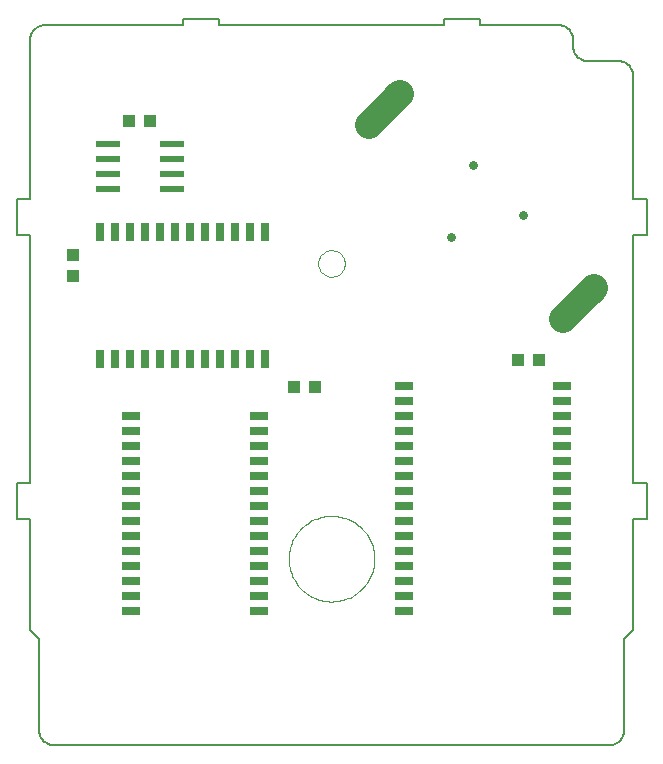
<source format=gtp>
G75*
G70*
%OFA0B0*%
%FSLAX24Y24*%
%IPPOS*%
%LPD*%
%AMOC8*
5,1,8,0,0,1.08239X$1,22.5*
%
%ADD10C,0.0050*%
%ADD11C,0.0000*%
%ADD12C,0.0945*%
%ADD13C,0.0295*%
%ADD14R,0.0591X0.0295*%
%ADD15R,0.0295X0.0591*%
%ADD16R,0.0810X0.0240*%
%ADD17R,0.0394X0.0433*%
%ADD18R,0.0433X0.0394*%
D10*
X000875Y001427D02*
X000875Y004477D01*
X000575Y004777D01*
X000575Y008477D01*
X000125Y008477D01*
X000125Y009677D01*
X000575Y009677D01*
X000575Y017927D01*
X000125Y017927D01*
X000125Y019127D01*
X000575Y019127D01*
X000575Y024427D01*
X000577Y024471D01*
X000583Y024514D01*
X000592Y024556D01*
X000605Y024598D01*
X000622Y024638D01*
X000642Y024677D01*
X000665Y024714D01*
X000692Y024748D01*
X000721Y024781D01*
X000754Y024810D01*
X000788Y024837D01*
X000825Y024860D01*
X000864Y024880D01*
X000904Y024897D01*
X000946Y024910D01*
X000988Y024919D01*
X001031Y024925D01*
X001075Y024927D01*
X005675Y024927D01*
X005675Y025127D01*
X006875Y025127D01*
X006875Y024927D01*
X014375Y024927D01*
X014375Y025127D01*
X015575Y025127D01*
X015575Y024927D01*
X018175Y024927D01*
X018219Y024925D01*
X018262Y024919D01*
X018304Y024910D01*
X018346Y024897D01*
X018386Y024880D01*
X018425Y024860D01*
X018462Y024837D01*
X018496Y024810D01*
X018529Y024781D01*
X018558Y024748D01*
X018585Y024714D01*
X018608Y024677D01*
X018628Y024638D01*
X018645Y024598D01*
X018658Y024556D01*
X018667Y024514D01*
X018673Y024471D01*
X018675Y024427D01*
X018675Y024227D01*
X018677Y024183D01*
X018683Y024140D01*
X018692Y024098D01*
X018705Y024056D01*
X018722Y024016D01*
X018742Y023977D01*
X018765Y023940D01*
X018792Y023906D01*
X018821Y023873D01*
X018854Y023844D01*
X018888Y023817D01*
X018925Y023794D01*
X018964Y023774D01*
X019004Y023757D01*
X019046Y023744D01*
X019088Y023735D01*
X019131Y023729D01*
X019175Y023727D01*
X020175Y023727D01*
X020219Y023725D01*
X020262Y023719D01*
X020304Y023710D01*
X020346Y023697D01*
X020386Y023680D01*
X020425Y023660D01*
X020462Y023637D01*
X020496Y023610D01*
X020529Y023581D01*
X020558Y023548D01*
X020585Y023514D01*
X020608Y023477D01*
X020628Y023438D01*
X020645Y023398D01*
X020658Y023356D01*
X020667Y023314D01*
X020673Y023271D01*
X020675Y023227D01*
X020675Y019127D01*
X021125Y019127D01*
X021125Y017927D01*
X020675Y017927D01*
X020675Y009677D01*
X021125Y009677D01*
X021125Y008477D01*
X020675Y008477D01*
X020675Y004777D01*
X020375Y004477D01*
X020375Y001427D01*
X020373Y001383D01*
X020367Y001340D01*
X020358Y001298D01*
X020345Y001256D01*
X020328Y001216D01*
X020308Y001177D01*
X020285Y001140D01*
X020258Y001106D01*
X020229Y001073D01*
X020196Y001044D01*
X020162Y001017D01*
X020125Y000994D01*
X020086Y000974D01*
X020046Y000957D01*
X020004Y000944D01*
X019962Y000935D01*
X019919Y000929D01*
X019875Y000927D01*
X001375Y000927D01*
X001331Y000929D01*
X001288Y000935D01*
X001246Y000944D01*
X001204Y000957D01*
X001164Y000974D01*
X001125Y000994D01*
X001088Y001017D01*
X001054Y001044D01*
X001021Y001073D01*
X000992Y001106D01*
X000965Y001140D01*
X000942Y001177D01*
X000922Y001216D01*
X000905Y001256D01*
X000892Y001298D01*
X000883Y001340D01*
X000877Y001383D01*
X000875Y001427D01*
D11*
X009198Y007138D02*
X009200Y007213D01*
X009206Y007288D01*
X009216Y007363D01*
X009230Y007437D01*
X009247Y007510D01*
X009269Y007583D01*
X009294Y007653D01*
X009323Y007723D01*
X009356Y007791D01*
X009392Y007857D01*
X009432Y007921D01*
X009475Y007983D01*
X009521Y008042D01*
X009570Y008099D01*
X009623Y008154D01*
X009678Y008205D01*
X009735Y008254D01*
X009795Y008299D01*
X009858Y008341D01*
X009922Y008380D01*
X009989Y008415D01*
X010057Y008447D01*
X010127Y008475D01*
X010198Y008500D01*
X010271Y008520D01*
X010344Y008537D01*
X010419Y008550D01*
X010493Y008559D01*
X010569Y008564D01*
X010644Y008565D01*
X010719Y008562D01*
X010794Y008555D01*
X010869Y008544D01*
X010943Y008529D01*
X011016Y008511D01*
X011087Y008488D01*
X011158Y008462D01*
X011227Y008432D01*
X011295Y008398D01*
X011360Y008361D01*
X011424Y008321D01*
X011485Y008277D01*
X011544Y008230D01*
X011600Y008180D01*
X011654Y008127D01*
X011705Y008071D01*
X011752Y008013D01*
X011797Y007952D01*
X011838Y007889D01*
X011876Y007824D01*
X011911Y007757D01*
X011942Y007688D01*
X011969Y007618D01*
X011992Y007547D01*
X012012Y007474D01*
X012028Y007400D01*
X012040Y007326D01*
X012048Y007251D01*
X012052Y007176D01*
X012052Y007100D01*
X012048Y007025D01*
X012040Y006950D01*
X012028Y006876D01*
X012012Y006802D01*
X011992Y006729D01*
X011969Y006658D01*
X011942Y006588D01*
X011911Y006519D01*
X011876Y006452D01*
X011838Y006387D01*
X011797Y006324D01*
X011752Y006263D01*
X011705Y006205D01*
X011654Y006149D01*
X011600Y006096D01*
X011544Y006046D01*
X011485Y005999D01*
X011424Y005955D01*
X011360Y005915D01*
X011295Y005878D01*
X011227Y005844D01*
X011158Y005814D01*
X011087Y005788D01*
X011016Y005765D01*
X010943Y005747D01*
X010869Y005732D01*
X010794Y005721D01*
X010719Y005714D01*
X010644Y005711D01*
X010569Y005712D01*
X010493Y005717D01*
X010419Y005726D01*
X010344Y005739D01*
X010271Y005756D01*
X010198Y005776D01*
X010127Y005801D01*
X010057Y005829D01*
X009989Y005861D01*
X009922Y005896D01*
X009858Y005935D01*
X009795Y005977D01*
X009735Y006022D01*
X009678Y006071D01*
X009623Y006122D01*
X009570Y006177D01*
X009521Y006234D01*
X009475Y006293D01*
X009432Y006355D01*
X009392Y006419D01*
X009356Y006485D01*
X009323Y006553D01*
X009294Y006623D01*
X009269Y006693D01*
X009247Y006766D01*
X009230Y006839D01*
X009216Y006913D01*
X009206Y006988D01*
X009200Y007063D01*
X009198Y007138D01*
X010182Y016979D02*
X010184Y017020D01*
X010190Y017062D01*
X010199Y017102D01*
X010213Y017141D01*
X010230Y017179D01*
X010250Y017215D01*
X010274Y017249D01*
X010301Y017281D01*
X010331Y017310D01*
X010363Y017336D01*
X010398Y017359D01*
X010434Y017379D01*
X010472Y017395D01*
X010512Y017407D01*
X010553Y017416D01*
X010594Y017421D01*
X010635Y017422D01*
X010677Y017419D01*
X010718Y017412D01*
X010758Y017402D01*
X010797Y017387D01*
X010834Y017369D01*
X010870Y017348D01*
X010904Y017323D01*
X010935Y017296D01*
X010963Y017266D01*
X010988Y017233D01*
X011010Y017197D01*
X011029Y017160D01*
X011044Y017122D01*
X011056Y017082D01*
X011064Y017041D01*
X011068Y017000D01*
X011068Y016958D01*
X011064Y016917D01*
X011056Y016876D01*
X011044Y016836D01*
X011029Y016798D01*
X011010Y016761D01*
X010988Y016725D01*
X010963Y016692D01*
X010935Y016662D01*
X010904Y016635D01*
X010870Y016610D01*
X010834Y016589D01*
X010797Y016571D01*
X010758Y016556D01*
X010718Y016546D01*
X010677Y016539D01*
X010635Y016536D01*
X010594Y016537D01*
X010553Y016542D01*
X010512Y016551D01*
X010472Y016563D01*
X010434Y016579D01*
X010398Y016599D01*
X010363Y016622D01*
X010331Y016648D01*
X010301Y016677D01*
X010274Y016709D01*
X010250Y016743D01*
X010230Y016779D01*
X010213Y016817D01*
X010199Y016856D01*
X010190Y016896D01*
X010184Y016938D01*
X010182Y016979D01*
D12*
X011867Y021606D02*
X011867Y021606D01*
X012897Y022636D01*
X012897Y022636D01*
X011867Y021606D01*
X012811Y022550D02*
X012811Y022550D01*
X018353Y015119D02*
X018353Y015119D01*
X019383Y016149D01*
X019383Y016149D01*
X018353Y015119D01*
X019297Y016063D02*
X019297Y016063D01*
D13*
X017017Y018599D02*
X017019Y018599D01*
X017018Y018598D01*
X017017Y018597D01*
X017016Y018598D01*
X017015Y018599D01*
X017016Y018600D01*
X017017Y018601D01*
X017018Y018600D01*
X017019Y018599D01*
X015347Y020269D02*
X015349Y020269D01*
X015348Y020268D01*
X015347Y020267D01*
X015346Y020268D01*
X015345Y020269D01*
X015346Y020270D01*
X015347Y020271D01*
X015348Y020270D01*
X015349Y020269D01*
X014621Y017873D02*
X014623Y017873D01*
X014622Y017872D01*
X014621Y017871D01*
X014620Y017872D01*
X014619Y017873D01*
X014620Y017874D01*
X014621Y017875D01*
X014622Y017874D01*
X014623Y017873D01*
D14*
X013052Y012902D03*
X013052Y012402D03*
X013052Y011902D03*
X013052Y011402D03*
X013052Y010902D03*
X013052Y010402D03*
X013052Y009902D03*
X013052Y009402D03*
X013052Y008902D03*
X013052Y008402D03*
X013052Y007902D03*
X013052Y007402D03*
X013052Y006902D03*
X013052Y006402D03*
X013052Y005902D03*
X013052Y005402D03*
X008198Y005407D03*
X008198Y005907D03*
X008198Y006407D03*
X008198Y006907D03*
X008198Y007407D03*
X008198Y007907D03*
X008198Y008407D03*
X008198Y008907D03*
X008198Y009407D03*
X008198Y009907D03*
X008198Y010407D03*
X008198Y010907D03*
X008198Y011407D03*
X008198Y011907D03*
X003952Y011907D03*
X003952Y011407D03*
X003952Y010907D03*
X003952Y010407D03*
X003952Y009907D03*
X003952Y009407D03*
X003952Y008907D03*
X003952Y008407D03*
X003952Y007907D03*
X003952Y007407D03*
X003952Y006907D03*
X003952Y006407D03*
X003952Y005907D03*
X003952Y005407D03*
X018298Y005402D03*
X018298Y005902D03*
X018298Y006402D03*
X018298Y006902D03*
X018298Y007402D03*
X018298Y007902D03*
X018298Y008402D03*
X018298Y008902D03*
X018298Y009402D03*
X018298Y009902D03*
X018298Y010402D03*
X018298Y010902D03*
X018298Y011402D03*
X018298Y011902D03*
X018298Y012402D03*
X018298Y012902D03*
D15*
X008415Y013784D03*
X007915Y013784D03*
X007415Y013784D03*
X006915Y013784D03*
X006415Y013784D03*
X005915Y013784D03*
X005415Y013784D03*
X004915Y013784D03*
X004415Y013784D03*
X003915Y013784D03*
X003415Y013784D03*
X002915Y013784D03*
X002915Y018031D03*
X003415Y018031D03*
X003915Y018031D03*
X004415Y018031D03*
X004915Y018031D03*
X005415Y018031D03*
X005915Y018031D03*
X006415Y018031D03*
X006915Y018031D03*
X007415Y018031D03*
X007915Y018031D03*
X008415Y018031D03*
D16*
X005295Y019447D03*
X005295Y019947D03*
X005295Y020447D03*
X005295Y020947D03*
X003175Y020947D03*
X003175Y020447D03*
X003175Y019947D03*
X003175Y019447D03*
D17*
X003880Y021727D03*
X004590Y021727D03*
X009360Y012857D03*
X010070Y012857D03*
X016835Y013752D03*
X017545Y013752D03*
D18*
X002015Y016568D03*
X002015Y017277D03*
M02*

</source>
